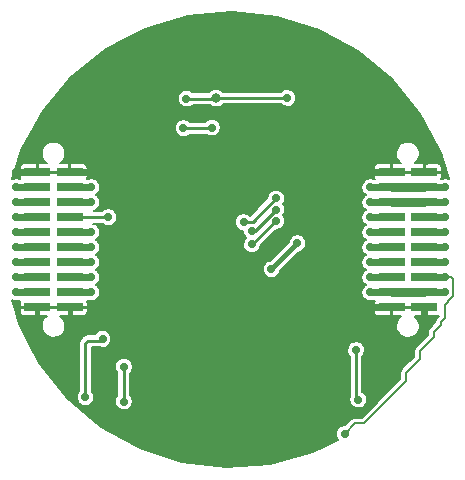
<source format=gbl>
G04 #@! TF.FileFunction,Copper,L2,Bot,Signal*
%FSLAX46Y46*%
G04 Gerber Fmt 4.6, Leading zero omitted, Abs format (unit mm)*
G04 Created by KiCad (PCBNEW 201609280951+7255~55~ubuntu14.04.1-) date Wed Jan 11 23:22:02 2017*
%MOMM*%
%LPD*%
G01*
G04 APERTURE LIST*
%ADD10C,0.100000*%
%ADD11C,0.300000*%
%ADD12R,2.220000X0.740000*%
%ADD13C,0.700000*%
%ADD14C,0.800000*%
%ADD15C,0.600000*%
%ADD16C,0.600000*%
%ADD17C,0.450000*%
%ADD18C,0.280000*%
%ADD19C,0.800000*%
%ADD20C,0.200000*%
G04 APERTURE END LIST*
D10*
D11*
X109750000Y-88500000D03*
X108550000Y-88500000D03*
X109750000Y-89700000D03*
X108550000Y-89700000D03*
D12*
X86365000Y-105715000D03*
X83635000Y-105715000D03*
X86365000Y-104445000D03*
X83635000Y-104445000D03*
X86365000Y-103175000D03*
X83635000Y-103175000D03*
X86365000Y-101905000D03*
X83635000Y-101905000D03*
X86365000Y-100635000D03*
X83635000Y-100635000D03*
X86365000Y-99365000D03*
X83635000Y-99365000D03*
X86365000Y-98095000D03*
X83635000Y-98095000D03*
X86365000Y-96825000D03*
X83635000Y-96825000D03*
X86365000Y-95555000D03*
X83635000Y-95555000D03*
X86365000Y-94285000D03*
X83635000Y-94285000D03*
X116365000Y-105715000D03*
X113635000Y-105715000D03*
X116365000Y-104445000D03*
X113635000Y-104445000D03*
X116365000Y-103175000D03*
X113635000Y-103175000D03*
X116365000Y-101905000D03*
X113635000Y-101905000D03*
X116365000Y-100635000D03*
X113635000Y-100635000D03*
X116365000Y-99365000D03*
X113635000Y-99365000D03*
X116365000Y-98095000D03*
X113635000Y-98095000D03*
X116365000Y-96825000D03*
X113635000Y-96825000D03*
X116365000Y-95555000D03*
X113635000Y-95555000D03*
X116365000Y-94285000D03*
X113635000Y-94285000D03*
D13*
X86050000Y-110900000D03*
D14*
X107550000Y-90550000D03*
X105750000Y-86150000D03*
D13*
X112100000Y-86550000D03*
X111900000Y-88450000D03*
X111000000Y-90600000D03*
X93700000Y-111050000D03*
X95850000Y-93050000D03*
X108450000Y-108150000D03*
X105100000Y-113650000D03*
X92500000Y-100550000D03*
X107300000Y-115200000D03*
X99600000Y-118960000D03*
X89450000Y-114550000D03*
D14*
X101250000Y-81250000D03*
X100000000Y-81250000D03*
D13*
X116370000Y-106690000D03*
X83470000Y-106690000D03*
X86510000Y-106700000D03*
X105310000Y-108140000D03*
X104270000Y-104480000D03*
D15*
X116530000Y-93380000D03*
D13*
X111820000Y-94280000D03*
X111820000Y-105720000D03*
X81820000Y-94280000D03*
X93640000Y-112590000D03*
X93150000Y-115000000D03*
X98060000Y-118210000D03*
X88180000Y-94290000D03*
X90950000Y-113700000D03*
X90950000Y-110750000D03*
X105650000Y-100300000D03*
X103450000Y-102500000D03*
X89150000Y-108400000D03*
X87700000Y-113325002D03*
X88180000Y-101900000D03*
X104800000Y-88000000D03*
X96250000Y-88050000D03*
D14*
X98750000Y-88000000D03*
D13*
X103850000Y-98400000D03*
X101800000Y-100400000D03*
X103850000Y-97450000D03*
X101800000Y-99250000D03*
X103850000Y-96500000D03*
X101100000Y-98500000D03*
X88180000Y-95550000D03*
X88180000Y-96830000D03*
X89650000Y-98100000D03*
X88175000Y-103175000D03*
X88200000Y-104450000D03*
X110610000Y-109360000D03*
X110780000Y-113530000D03*
X81820000Y-95550000D03*
X81820000Y-96830000D03*
X81820000Y-98100000D03*
X81820000Y-99370000D03*
X88180000Y-99370000D03*
X81820000Y-100630000D03*
X88180000Y-100640000D03*
X81820000Y-101900000D03*
X81820000Y-103170000D03*
X81820000Y-104440000D03*
X111820000Y-95560000D03*
X118180000Y-95550000D03*
X111820000Y-96830000D03*
X118180000Y-96820000D03*
X111820000Y-98090000D03*
X118180000Y-98100000D03*
X111820000Y-99360000D03*
X111820000Y-100630000D03*
X111820000Y-101900000D03*
X111820000Y-103170000D03*
X109650000Y-116450000D03*
X118180000Y-103170000D03*
X118180000Y-99360000D03*
X118180000Y-100630000D03*
X118180000Y-101900000D03*
X96000000Y-90550000D03*
X98400000Y-90500000D03*
X111820000Y-104450000D03*
X118180000Y-104440000D03*
D16*
X116365000Y-105715000D02*
X116365000Y-106685000D01*
X116365000Y-106685000D02*
X116370000Y-106690000D01*
D17*
X83635000Y-106525000D02*
X83635000Y-105715000D01*
X83470000Y-106690000D02*
X83635000Y-106525000D01*
X86365000Y-106555000D02*
X86510000Y-106700000D01*
X86365000Y-105715000D02*
X86365000Y-106555000D01*
D18*
X116365000Y-93545000D02*
X116365000Y-94285000D01*
X116530000Y-93380000D02*
X116365000Y-93545000D01*
X111820000Y-94280000D02*
X111825000Y-94285000D01*
D16*
X111825000Y-94285000D02*
X113635000Y-94285000D01*
D18*
X111820000Y-105720000D02*
X111825000Y-105715000D01*
D16*
X111825000Y-105715000D02*
X113635000Y-105715000D01*
D18*
X81820000Y-94280000D02*
X81825000Y-94285000D01*
D16*
X81825000Y-94285000D02*
X83635000Y-94285000D01*
D18*
X99600000Y-118960000D02*
X99600000Y-118970000D01*
D16*
X88175000Y-94285000D02*
X86365000Y-94285000D01*
D18*
X88180000Y-94290000D02*
X88175000Y-94285000D01*
X90950000Y-110750000D02*
X90950000Y-113700000D01*
D17*
X105650000Y-100300000D02*
X103450000Y-102500000D01*
D18*
X87900000Y-108550000D02*
X89000000Y-108550000D01*
X89000000Y-108550000D02*
X89150000Y-108400000D01*
X87900000Y-108550000D02*
X87700000Y-108750000D01*
X87700000Y-108750000D02*
X87700000Y-113325002D01*
X88180000Y-101900000D02*
X88175000Y-101905000D01*
D16*
X88175000Y-101905000D02*
X86365000Y-101905000D01*
D18*
X98750000Y-88000000D02*
X104800000Y-88000000D01*
X96250000Y-88050000D02*
X98700000Y-88050000D01*
X98700000Y-88050000D02*
X98750000Y-88000000D01*
X101800000Y-100400000D02*
X103800000Y-98400000D01*
X103800000Y-98400000D02*
X103850000Y-98400000D01*
X101800000Y-99250000D02*
X102050000Y-99250000D01*
X102050000Y-99250000D02*
X103850000Y-97450000D01*
X101100000Y-98500000D02*
X101850000Y-98500000D01*
X101850000Y-98500000D02*
X103850000Y-96500000D01*
D16*
X88175000Y-95555000D02*
X86365000Y-95555000D01*
D18*
X88180000Y-95550000D02*
X88175000Y-95555000D01*
X88180000Y-96830000D02*
X88175000Y-96825000D01*
D16*
X88175000Y-96825000D02*
X86365000Y-96825000D01*
D18*
X86365000Y-98095000D02*
X89645000Y-98095000D01*
X89645000Y-98095000D02*
X89650000Y-98100000D01*
D16*
X88175000Y-103175000D02*
X86365000Y-103175000D01*
D18*
X88200000Y-104450000D02*
X88195000Y-104445000D01*
D16*
X88195000Y-104445000D02*
X86365000Y-104445000D01*
D18*
X110610000Y-113360000D02*
X110610000Y-109360000D01*
X110780000Y-113530000D02*
X110610000Y-113360000D01*
D16*
X81825000Y-95555000D02*
X83635000Y-95555000D01*
D18*
X81820000Y-95550000D02*
X81825000Y-95555000D01*
D16*
X81825000Y-96825000D02*
X83635000Y-96825000D01*
D18*
X81820000Y-96830000D02*
X81825000Y-96825000D01*
X81820000Y-98100000D02*
X81825000Y-98095000D01*
D16*
X81825000Y-98095000D02*
X83635000Y-98095000D01*
D18*
X81820000Y-99370000D02*
X81825000Y-99365000D01*
D16*
X81825000Y-99365000D02*
X83635000Y-99365000D01*
D18*
X88180000Y-99370000D02*
X88175000Y-99365000D01*
D16*
X88175000Y-99365000D02*
X86365000Y-99365000D01*
D18*
X81820000Y-100630000D02*
X81825000Y-100635000D01*
D16*
X81825000Y-100635000D02*
X83635000Y-100635000D01*
D18*
X88180000Y-100640000D02*
X88175000Y-100635000D01*
D16*
X88175000Y-100635000D02*
X86365000Y-100635000D01*
D18*
X81820000Y-101900000D02*
X81825000Y-101905000D01*
D16*
X81825000Y-101905000D02*
X83635000Y-101905000D01*
D18*
X81820000Y-103170000D02*
X81825000Y-103175000D01*
D16*
X81825000Y-103175000D02*
X83635000Y-103175000D01*
D18*
X81820000Y-104440000D02*
X81825000Y-104445000D01*
D16*
X81825000Y-104445000D02*
X83635000Y-104445000D01*
D19*
X113635000Y-95555000D02*
X116365000Y-95555000D01*
D16*
X113635000Y-95555000D02*
X111825000Y-95555000D01*
D18*
X111825000Y-95555000D02*
X111820000Y-95560000D01*
X118180000Y-95550000D02*
X118175000Y-95555000D01*
D16*
X118175000Y-95555000D02*
X116365000Y-95555000D01*
D19*
X113635000Y-96825000D02*
X116365000Y-96825000D01*
D18*
X111820000Y-96830000D02*
X111825000Y-96825000D01*
D16*
X111825000Y-96825000D02*
X113635000Y-96825000D01*
D18*
X118180000Y-96820000D02*
X118175000Y-96825000D01*
D16*
X118175000Y-96825000D02*
X116365000Y-96825000D01*
X113635000Y-98095000D02*
X111825000Y-98095000D01*
D18*
X111825000Y-98095000D02*
X111820000Y-98090000D01*
D16*
X116365000Y-98095000D02*
X118175000Y-98095000D01*
D18*
X118175000Y-98095000D02*
X118180000Y-98100000D01*
D16*
X113635000Y-99365000D02*
X111825000Y-99365000D01*
D18*
X111825000Y-99365000D02*
X111820000Y-99360000D01*
X111820000Y-100630000D02*
X111825000Y-100635000D01*
D16*
X111825000Y-100635000D02*
X113635000Y-100635000D01*
D18*
X111820000Y-101900000D02*
X111825000Y-101905000D01*
D16*
X111825000Y-101905000D02*
X113635000Y-101905000D01*
X113635000Y-103175000D02*
X111825000Y-103175000D01*
D18*
X111825000Y-103175000D02*
X111820000Y-103170000D01*
D20*
X109650000Y-116450000D02*
X110550000Y-115550000D01*
X118400000Y-105152402D02*
X118810001Y-104742401D01*
X110550000Y-115550000D02*
X111300000Y-115550000D01*
X114850000Y-111250000D02*
X116000000Y-110100000D01*
X111300000Y-115550000D02*
X114850000Y-112000000D01*
X114850000Y-112000000D02*
X114850000Y-111250000D01*
X118150000Y-106650000D02*
X118150000Y-105550000D01*
X117200000Y-108250000D02*
X117200000Y-107800000D01*
X116000000Y-110100000D02*
X116000000Y-109450000D01*
X116000000Y-109450000D02*
X117200000Y-108250000D01*
X117800000Y-107000000D02*
X118150000Y-106650000D01*
X117200000Y-107800000D02*
X117800000Y-107200000D01*
X117800000Y-107200000D02*
X117800000Y-107000000D01*
X118150000Y-105550000D02*
X118400000Y-105300000D01*
X118810001Y-104742401D02*
X118810001Y-103305027D01*
X118400000Y-105300000D02*
X118400000Y-105152402D01*
X118810001Y-103305027D02*
X118674974Y-103170000D01*
X118674974Y-103170000D02*
X118180000Y-103170000D01*
D16*
X116365000Y-103175000D02*
X118175000Y-103175000D01*
D18*
X118175000Y-103175000D02*
X118180000Y-103170000D01*
D16*
X118180000Y-99360000D02*
X118175000Y-99365000D01*
X118175000Y-99365000D02*
X116365000Y-99365000D01*
D18*
X118175000Y-100635000D02*
X118180000Y-100630000D01*
D16*
X116365000Y-100635000D02*
X118175000Y-100635000D01*
D18*
X118180000Y-101900000D02*
X118175000Y-101905000D01*
D16*
X118175000Y-101905000D02*
X116365000Y-101905000D01*
D18*
X96000000Y-90550000D02*
X98350000Y-90550000D01*
X98350000Y-90550000D02*
X98400000Y-90500000D01*
X111820000Y-104450000D02*
X111825000Y-104445000D01*
D16*
X111825000Y-104445000D02*
X113635000Y-104445000D01*
D18*
X118180000Y-104440000D02*
X118175000Y-104445000D01*
D16*
X118175000Y-104445000D02*
X116365000Y-104445000D01*
D19*
X116365000Y-104445000D02*
X113635000Y-104445000D01*
D20*
G36*
X103875777Y-81118687D02*
X107469363Y-82231088D01*
X110778443Y-84020301D01*
X113676976Y-86418176D01*
X116054557Y-89333378D01*
X117820625Y-92654868D01*
X118488189Y-94865946D01*
X118402854Y-94830075D01*
X118258776Y-94800499D01*
X118111697Y-94799473D01*
X117967219Y-94827033D01*
X117897998Y-94855000D01*
X117822440Y-94855000D01*
X117829475Y-94844471D01*
X117859628Y-94771676D01*
X117875000Y-94694397D01*
X117875000Y-94410000D01*
X117775000Y-94310000D01*
X116390000Y-94310000D01*
X116390000Y-94330000D01*
X116340000Y-94330000D01*
X116340000Y-94310000D01*
X113660000Y-94310000D01*
X113660000Y-94330000D01*
X113610000Y-94330000D01*
X113610000Y-94310000D01*
X112225000Y-94310000D01*
X112125000Y-94410000D01*
X112125000Y-94694397D01*
X112140372Y-94771676D01*
X112170525Y-94844471D01*
X112177560Y-94855000D01*
X112078360Y-94855000D01*
X112042854Y-94840075D01*
X111898776Y-94810499D01*
X111751697Y-94809473D01*
X111607219Y-94837033D01*
X111470847Y-94892131D01*
X111347773Y-94972668D01*
X111242687Y-95075577D01*
X111159590Y-95196936D01*
X111101648Y-95332125D01*
X111071068Y-95475994D01*
X111069014Y-95623062D01*
X111095565Y-95767728D01*
X111149710Y-95904482D01*
X111229386Y-96028115D01*
X111331558Y-96133917D01*
X111420014Y-96195395D01*
X111347773Y-96242668D01*
X111242687Y-96345577D01*
X111159590Y-96466936D01*
X111101648Y-96602125D01*
X111071068Y-96745994D01*
X111069014Y-96893062D01*
X111095565Y-97037728D01*
X111149710Y-97174482D01*
X111229386Y-97298115D01*
X111331558Y-97403917D01*
X111412603Y-97460245D01*
X111347773Y-97502668D01*
X111242687Y-97605577D01*
X111159590Y-97726936D01*
X111101648Y-97862125D01*
X111071068Y-98005994D01*
X111069014Y-98153062D01*
X111095565Y-98297728D01*
X111149710Y-98434482D01*
X111229386Y-98558115D01*
X111331558Y-98663917D01*
X111420014Y-98725395D01*
X111347773Y-98772668D01*
X111242687Y-98875577D01*
X111159590Y-98996936D01*
X111101648Y-99132125D01*
X111071068Y-99275994D01*
X111069014Y-99423062D01*
X111095565Y-99567728D01*
X111149710Y-99704482D01*
X111229386Y-99828115D01*
X111331558Y-99933917D01*
X111420014Y-99995395D01*
X111347773Y-100042668D01*
X111242687Y-100145577D01*
X111159590Y-100266936D01*
X111101648Y-100402125D01*
X111071068Y-100545994D01*
X111069014Y-100693062D01*
X111095565Y-100837728D01*
X111149710Y-100974482D01*
X111229386Y-101098115D01*
X111331558Y-101203917D01*
X111420014Y-101265395D01*
X111347773Y-101312668D01*
X111242687Y-101415577D01*
X111159590Y-101536936D01*
X111101648Y-101672125D01*
X111071068Y-101815994D01*
X111069014Y-101963062D01*
X111095565Y-102107728D01*
X111149710Y-102244482D01*
X111229386Y-102368115D01*
X111331558Y-102473917D01*
X111420014Y-102535395D01*
X111347773Y-102582668D01*
X111242687Y-102685577D01*
X111159590Y-102806936D01*
X111101648Y-102942125D01*
X111071068Y-103085994D01*
X111069014Y-103233062D01*
X111095565Y-103377728D01*
X111149710Y-103514482D01*
X111229386Y-103638115D01*
X111331558Y-103743917D01*
X111427424Y-103810546D01*
X111347773Y-103862668D01*
X111242687Y-103965577D01*
X111159590Y-104086936D01*
X111101648Y-104222125D01*
X111071068Y-104365994D01*
X111069014Y-104513062D01*
X111095565Y-104657728D01*
X111149710Y-104794482D01*
X111229386Y-104918115D01*
X111331558Y-105023917D01*
X111452335Y-105107859D01*
X111587116Y-105166744D01*
X111730767Y-105198328D01*
X111877818Y-105201408D01*
X112022666Y-105175867D01*
X112102247Y-105145000D01*
X112177560Y-105145000D01*
X112170525Y-105155529D01*
X112140372Y-105228324D01*
X112125000Y-105305603D01*
X112125000Y-105590000D01*
X112225000Y-105690000D01*
X113610000Y-105690000D01*
X113610000Y-105670000D01*
X113660000Y-105670000D01*
X113660000Y-105690000D01*
X116340000Y-105690000D01*
X116340000Y-105670000D01*
X116390000Y-105670000D01*
X116390000Y-105690000D01*
X116410000Y-105690000D01*
X116410000Y-105740000D01*
X116390000Y-105740000D01*
X116390000Y-106385000D01*
X116490000Y-106485000D01*
X117514396Y-106485000D01*
X117591675Y-106469628D01*
X117645602Y-106447292D01*
X117446447Y-106646447D01*
X117417168Y-106682092D01*
X117387443Y-106717516D01*
X117386175Y-106719823D01*
X117384508Y-106721852D01*
X117362701Y-106762521D01*
X117340432Y-106803029D01*
X117339637Y-106805536D01*
X117338395Y-106807852D01*
X117324893Y-106852015D01*
X117310926Y-106896044D01*
X117310633Y-106898655D01*
X117309864Y-106901171D01*
X117305194Y-106947147D01*
X117300071Y-106992823D01*
X116846447Y-107446447D01*
X116817168Y-107482092D01*
X116787443Y-107517516D01*
X116786175Y-107519823D01*
X116784508Y-107521852D01*
X116762701Y-107562521D01*
X116740432Y-107603029D01*
X116739637Y-107605536D01*
X116738395Y-107607852D01*
X116724893Y-107652015D01*
X116710926Y-107696044D01*
X116710633Y-107698655D01*
X116709864Y-107701171D01*
X116705194Y-107747147D01*
X116700049Y-107793019D01*
X116700013Y-107798157D01*
X116700003Y-107798255D01*
X116700012Y-107798346D01*
X116700000Y-107800000D01*
X116700000Y-108042893D01*
X115646447Y-109096447D01*
X115617168Y-109132092D01*
X115587443Y-109167516D01*
X115586175Y-109169823D01*
X115584508Y-109171852D01*
X115562701Y-109212521D01*
X115540432Y-109253029D01*
X115539637Y-109255536D01*
X115538395Y-109257852D01*
X115524893Y-109302015D01*
X115510926Y-109346044D01*
X115510633Y-109348655D01*
X115509864Y-109351171D01*
X115505194Y-109397147D01*
X115500049Y-109443019D01*
X115500013Y-109448157D01*
X115500003Y-109448255D01*
X115500012Y-109448346D01*
X115500000Y-109450000D01*
X115500000Y-109892893D01*
X114496447Y-110896447D01*
X114467168Y-110932092D01*
X114437443Y-110967516D01*
X114436175Y-110969823D01*
X114434508Y-110971852D01*
X114412701Y-111012521D01*
X114390432Y-111053029D01*
X114389637Y-111055536D01*
X114388395Y-111057852D01*
X114374893Y-111102015D01*
X114360926Y-111146044D01*
X114360633Y-111148655D01*
X114359864Y-111151171D01*
X114355194Y-111197147D01*
X114350049Y-111243019D01*
X114350013Y-111248157D01*
X114350003Y-111248255D01*
X114350012Y-111248346D01*
X114350000Y-111250000D01*
X114350000Y-111792894D01*
X111092894Y-115050000D01*
X110550000Y-115050000D01*
X110504011Y-115054509D01*
X110458024Y-115058532D01*
X110455499Y-115059265D01*
X110452883Y-115059522D01*
X110408677Y-115072869D01*
X110364316Y-115085757D01*
X110361981Y-115086967D01*
X110359465Y-115087727D01*
X110318675Y-115109415D01*
X110277680Y-115130665D01*
X110275627Y-115132304D01*
X110273304Y-115133539D01*
X110237512Y-115162730D01*
X110201417Y-115191545D01*
X110197754Y-115195157D01*
X110197683Y-115195215D01*
X110197628Y-115195281D01*
X110196446Y-115196447D01*
X109692647Y-115700247D01*
X109581697Y-115699473D01*
X109437219Y-115727033D01*
X109300847Y-115782131D01*
X109177773Y-115862668D01*
X109072687Y-115965577D01*
X108989590Y-116086936D01*
X108931648Y-116222125D01*
X108901068Y-116365994D01*
X108899014Y-116513062D01*
X108925565Y-116657728D01*
X108979710Y-116794482D01*
X109058005Y-116915972D01*
X106970314Y-117970541D01*
X103347069Y-118982169D01*
X99596335Y-119270773D01*
X95860977Y-118825358D01*
X92283272Y-117662892D01*
X88999496Y-115827651D01*
X86134725Y-113389540D01*
X86133556Y-113388064D01*
X86949014Y-113388064D01*
X86975565Y-113532730D01*
X87029710Y-113669484D01*
X87109386Y-113793117D01*
X87211558Y-113898919D01*
X87332335Y-113982861D01*
X87467116Y-114041746D01*
X87610767Y-114073330D01*
X87757818Y-114076410D01*
X87902666Y-114050869D01*
X88039794Y-113997681D01*
X88163980Y-113918870D01*
X88270493Y-113817439D01*
X88355277Y-113697251D01*
X88415100Y-113562884D01*
X88447686Y-113419457D01*
X88450032Y-113251461D01*
X88421464Y-113107179D01*
X88365415Y-112971195D01*
X88284021Y-112848686D01*
X88240000Y-112804357D01*
X88240000Y-110813062D01*
X90199014Y-110813062D01*
X90225565Y-110957728D01*
X90279710Y-111094482D01*
X90359386Y-111218115D01*
X90410000Y-111270527D01*
X90410000Y-113179037D01*
X90372687Y-113215577D01*
X90289590Y-113336936D01*
X90231648Y-113472125D01*
X90201068Y-113615994D01*
X90199014Y-113763062D01*
X90225565Y-113907728D01*
X90279710Y-114044482D01*
X90359386Y-114168115D01*
X90461558Y-114273917D01*
X90582335Y-114357859D01*
X90717116Y-114416744D01*
X90860767Y-114448328D01*
X91007818Y-114451408D01*
X91152666Y-114425867D01*
X91289794Y-114372679D01*
X91413980Y-114293868D01*
X91520493Y-114192437D01*
X91605277Y-114072249D01*
X91665100Y-113937882D01*
X91697686Y-113794455D01*
X91700032Y-113626459D01*
X91671464Y-113482177D01*
X91615415Y-113346193D01*
X91534021Y-113223684D01*
X91490000Y-113179355D01*
X91490000Y-111271475D01*
X91520493Y-111242437D01*
X91605277Y-111122249D01*
X91665100Y-110987882D01*
X91697686Y-110844455D01*
X91700032Y-110676459D01*
X91671464Y-110532177D01*
X91615415Y-110396193D01*
X91534021Y-110273684D01*
X91430381Y-110169319D01*
X91308444Y-110087071D01*
X91172854Y-110030075D01*
X91028776Y-110000499D01*
X90881697Y-109999473D01*
X90737219Y-110027033D01*
X90600847Y-110082131D01*
X90477773Y-110162668D01*
X90372687Y-110265577D01*
X90289590Y-110386936D01*
X90231648Y-110522125D01*
X90201068Y-110665994D01*
X90199014Y-110813062D01*
X88240000Y-110813062D01*
X88240000Y-109423062D01*
X109859014Y-109423062D01*
X109885565Y-109567728D01*
X109939710Y-109704482D01*
X110019386Y-109828115D01*
X110070000Y-109880527D01*
X110070000Y-113282638D01*
X110061648Y-113302125D01*
X110031068Y-113445994D01*
X110029014Y-113593062D01*
X110055565Y-113737728D01*
X110109710Y-113874482D01*
X110189386Y-113998115D01*
X110291558Y-114103917D01*
X110412335Y-114187859D01*
X110547116Y-114246744D01*
X110690767Y-114278328D01*
X110837818Y-114281408D01*
X110982666Y-114255867D01*
X111119794Y-114202679D01*
X111243980Y-114123868D01*
X111350493Y-114022437D01*
X111435277Y-113902249D01*
X111495100Y-113767882D01*
X111527686Y-113624455D01*
X111530032Y-113456459D01*
X111501464Y-113312177D01*
X111445415Y-113176193D01*
X111364021Y-113053684D01*
X111260381Y-112949319D01*
X111150000Y-112874866D01*
X111150000Y-109881475D01*
X111180493Y-109852437D01*
X111265277Y-109732249D01*
X111325100Y-109597882D01*
X111357686Y-109454455D01*
X111360032Y-109286459D01*
X111331464Y-109142177D01*
X111275415Y-109006193D01*
X111194021Y-108883684D01*
X111090381Y-108779319D01*
X110968444Y-108697071D01*
X110832854Y-108640075D01*
X110688776Y-108610499D01*
X110541697Y-108609473D01*
X110397219Y-108637033D01*
X110260847Y-108692131D01*
X110137773Y-108772668D01*
X110032687Y-108875577D01*
X109949590Y-108996936D01*
X109891648Y-109132125D01*
X109861068Y-109275994D01*
X109859014Y-109423062D01*
X88240000Y-109423062D01*
X88240000Y-109090000D01*
X88855902Y-109090000D01*
X88917116Y-109116744D01*
X89060767Y-109148328D01*
X89207818Y-109151408D01*
X89352666Y-109125867D01*
X89489794Y-109072679D01*
X89613980Y-108993868D01*
X89720493Y-108892437D01*
X89805277Y-108772249D01*
X89865100Y-108637882D01*
X89897686Y-108494455D01*
X89900032Y-108326459D01*
X89871464Y-108182177D01*
X89815415Y-108046193D01*
X89734021Y-107923684D01*
X89630381Y-107819319D01*
X89508444Y-107737071D01*
X89372854Y-107680075D01*
X89228776Y-107650499D01*
X89081697Y-107649473D01*
X88937219Y-107677033D01*
X88800847Y-107732131D01*
X88677773Y-107812668D01*
X88572687Y-107915577D01*
X88508034Y-108010000D01*
X87900000Y-108010000D01*
X87850320Y-108014871D01*
X87800667Y-108019215D01*
X87797942Y-108020007D01*
X87795113Y-108020284D01*
X87747349Y-108034705D01*
X87699462Y-108048617D01*
X87696940Y-108049925D01*
X87694222Y-108050745D01*
X87650205Y-108074150D01*
X87605895Y-108097118D01*
X87603674Y-108098891D01*
X87601169Y-108100223D01*
X87562530Y-108131736D01*
X87523532Y-108162868D01*
X87519578Y-108166767D01*
X87519498Y-108166832D01*
X87519437Y-108166906D01*
X87518163Y-108168162D01*
X87318162Y-108368162D01*
X87286469Y-108406746D01*
X87254439Y-108444918D01*
X87253072Y-108447405D01*
X87251268Y-108449601D01*
X87227677Y-108493598D01*
X87203667Y-108537271D01*
X87202809Y-108539975D01*
X87201466Y-108542480D01*
X87186882Y-108590183D01*
X87171800Y-108637728D01*
X87171483Y-108640553D01*
X87170654Y-108643265D01*
X87165618Y-108692842D01*
X87160053Y-108742460D01*
X87160014Y-108748017D01*
X87160004Y-108748115D01*
X87160013Y-108748206D01*
X87160000Y-108750000D01*
X87160000Y-112804039D01*
X87122687Y-112840579D01*
X87039590Y-112961938D01*
X86981648Y-113097127D01*
X86951068Y-113240996D01*
X86949014Y-113388064D01*
X86133556Y-113388064D01*
X83798079Y-110441426D01*
X82078558Y-107095601D01*
X81718521Y-105840000D01*
X82125000Y-105840000D01*
X82125000Y-106124397D01*
X82140372Y-106201676D01*
X82170525Y-106274471D01*
X82214300Y-106339986D01*
X82270015Y-106395701D01*
X82335529Y-106439476D01*
X82408325Y-106469628D01*
X82485604Y-106485000D01*
X83510000Y-106485000D01*
X83610000Y-106385000D01*
X83610000Y-105740000D01*
X83660000Y-105740000D01*
X83660000Y-106385000D01*
X83760000Y-106485000D01*
X84426739Y-106485000D01*
X84370364Y-106521891D01*
X84230249Y-106659102D01*
X84119453Y-106820915D01*
X84042197Y-107001167D01*
X84001423Y-107192992D01*
X83998685Y-107389083D01*
X84034087Y-107581971D01*
X84106280Y-107764310D01*
X84212514Y-107929154D01*
X84348744Y-108070223D01*
X84509780Y-108182146D01*
X84689488Y-108260659D01*
X84881023Y-108302770D01*
X85077090Y-108306877D01*
X85270221Y-108272823D01*
X85453059Y-108201905D01*
X85618641Y-108096824D01*
X85760658Y-107961583D01*
X85873702Y-107801332D01*
X85953468Y-107622176D01*
X85996916Y-107430940D01*
X86000043Y-107206945D01*
X85961952Y-107014570D01*
X85887220Y-106833257D01*
X85778694Y-106669912D01*
X85640508Y-106530758D01*
X85572669Y-106485000D01*
X86240000Y-106485000D01*
X86340000Y-106385000D01*
X86340000Y-105740000D01*
X86390000Y-105740000D01*
X86390000Y-106385000D01*
X86490000Y-106485000D01*
X87514396Y-106485000D01*
X87591675Y-106469628D01*
X87664471Y-106439476D01*
X87729985Y-106395701D01*
X87785700Y-106339986D01*
X87829475Y-106274471D01*
X87859628Y-106201676D01*
X87875000Y-106124397D01*
X87875000Y-105840000D01*
X112125000Y-105840000D01*
X112125000Y-106124397D01*
X112140372Y-106201676D01*
X112170525Y-106274471D01*
X112214300Y-106339986D01*
X112270015Y-106395701D01*
X112335529Y-106439476D01*
X112408325Y-106469628D01*
X112485604Y-106485000D01*
X113510000Y-106485000D01*
X113610000Y-106385000D01*
X113610000Y-105740000D01*
X113660000Y-105740000D01*
X113660000Y-106385000D01*
X113760000Y-106485000D01*
X114426739Y-106485000D01*
X114370364Y-106521891D01*
X114230249Y-106659102D01*
X114119453Y-106820915D01*
X114042197Y-107001167D01*
X114001423Y-107192992D01*
X113998685Y-107389083D01*
X114034087Y-107581971D01*
X114106280Y-107764310D01*
X114212514Y-107929154D01*
X114348744Y-108070223D01*
X114509780Y-108182146D01*
X114689488Y-108260659D01*
X114881023Y-108302770D01*
X115077090Y-108306877D01*
X115270221Y-108272823D01*
X115453059Y-108201905D01*
X115618641Y-108096824D01*
X115760658Y-107961583D01*
X115873702Y-107801332D01*
X115953468Y-107622176D01*
X115996916Y-107430940D01*
X116000043Y-107206945D01*
X115961952Y-107014570D01*
X115887220Y-106833257D01*
X115778694Y-106669912D01*
X115640508Y-106530758D01*
X115572669Y-106485000D01*
X116240000Y-106485000D01*
X116340000Y-106385000D01*
X116340000Y-105740000D01*
X113660000Y-105740000D01*
X113610000Y-105740000D01*
X112225000Y-105740000D01*
X112125000Y-105840000D01*
X87875000Y-105840000D01*
X87775000Y-105740000D01*
X86390000Y-105740000D01*
X86340000Y-105740000D01*
X83660000Y-105740000D01*
X83610000Y-105740000D01*
X82225000Y-105740000D01*
X82125000Y-105840000D01*
X81718521Y-105840000D01*
X81513360Y-105124520D01*
X81587116Y-105156744D01*
X81730767Y-105188328D01*
X81877818Y-105191408D01*
X82022666Y-105165867D01*
X82076465Y-105145000D01*
X82177560Y-105145000D01*
X82170525Y-105155529D01*
X82140372Y-105228324D01*
X82125000Y-105305603D01*
X82125000Y-105590000D01*
X82225000Y-105690000D01*
X83610000Y-105690000D01*
X83610000Y-105670000D01*
X83660000Y-105670000D01*
X83660000Y-105690000D01*
X86340000Y-105690000D01*
X86340000Y-105670000D01*
X86390000Y-105670000D01*
X86390000Y-105690000D01*
X87775000Y-105690000D01*
X87875000Y-105590000D01*
X87875000Y-105305603D01*
X87859628Y-105228324D01*
X87829475Y-105155529D01*
X87822440Y-105145000D01*
X87917346Y-105145000D01*
X87967116Y-105166744D01*
X88110767Y-105198328D01*
X88257818Y-105201408D01*
X88402666Y-105175867D01*
X88539794Y-105122679D01*
X88663980Y-105043868D01*
X88770493Y-104942437D01*
X88855277Y-104822249D01*
X88915100Y-104687882D01*
X88947686Y-104544455D01*
X88950032Y-104376459D01*
X88921464Y-104232177D01*
X88865415Y-104096193D01*
X88784021Y-103973684D01*
X88680381Y-103869319D01*
X88583580Y-103804026D01*
X88638980Y-103768868D01*
X88745493Y-103667437D01*
X88830277Y-103547249D01*
X88890100Y-103412882D01*
X88922686Y-103269455D01*
X88925032Y-103101459D01*
X88896464Y-102957177D01*
X88840415Y-102821193D01*
X88759021Y-102698684D01*
X88655381Y-102594319D01*
X88609041Y-102563062D01*
X102699014Y-102563062D01*
X102725565Y-102707728D01*
X102779710Y-102844482D01*
X102859386Y-102968115D01*
X102961558Y-103073917D01*
X103082335Y-103157859D01*
X103217116Y-103216744D01*
X103360767Y-103248328D01*
X103507818Y-103251408D01*
X103652666Y-103225867D01*
X103789794Y-103172679D01*
X103913980Y-103093868D01*
X104020493Y-102992437D01*
X104105277Y-102872249D01*
X104165100Y-102737882D01*
X104185414Y-102648470D01*
X105798459Y-101035425D01*
X105852666Y-101025867D01*
X105989794Y-100972679D01*
X106113980Y-100893868D01*
X106220493Y-100792437D01*
X106305277Y-100672249D01*
X106365100Y-100537882D01*
X106397686Y-100394455D01*
X106400032Y-100226459D01*
X106371464Y-100082177D01*
X106315415Y-99946193D01*
X106234021Y-99823684D01*
X106130381Y-99719319D01*
X106008444Y-99637071D01*
X105872854Y-99580075D01*
X105728776Y-99550499D01*
X105581697Y-99549473D01*
X105437219Y-99577033D01*
X105300847Y-99632131D01*
X105177773Y-99712668D01*
X105072687Y-99815577D01*
X104989590Y-99936936D01*
X104931648Y-100072125D01*
X104914820Y-100151296D01*
X103301308Y-101764808D01*
X103237219Y-101777033D01*
X103100847Y-101832131D01*
X102977773Y-101912668D01*
X102872687Y-102015577D01*
X102789590Y-102136936D01*
X102731648Y-102272125D01*
X102701068Y-102415994D01*
X102699014Y-102563062D01*
X88609041Y-102563062D01*
X88573123Y-102538835D01*
X88643980Y-102493868D01*
X88750493Y-102392437D01*
X88835277Y-102272249D01*
X88895100Y-102137882D01*
X88927686Y-101994455D01*
X88930032Y-101826459D01*
X88901464Y-101682177D01*
X88845415Y-101546193D01*
X88764021Y-101423684D01*
X88660381Y-101319319D01*
X88587157Y-101269929D01*
X88643980Y-101233868D01*
X88750493Y-101132437D01*
X88835277Y-101012249D01*
X88895100Y-100877882D01*
X88927686Y-100734455D01*
X88930032Y-100566459D01*
X88901464Y-100422177D01*
X88845415Y-100286193D01*
X88764021Y-100163684D01*
X88660381Y-100059319D01*
X88579519Y-100004776D01*
X88643980Y-99963868D01*
X88750493Y-99862437D01*
X88835277Y-99742249D01*
X88895100Y-99607882D01*
X88927686Y-99464455D01*
X88930032Y-99296459D01*
X88901464Y-99152177D01*
X88845415Y-99016193D01*
X88764021Y-98893684D01*
X88660381Y-98789319D01*
X88538444Y-98707071D01*
X88402854Y-98650075D01*
X88329417Y-98635000D01*
X89123976Y-98635000D01*
X89161558Y-98673917D01*
X89282335Y-98757859D01*
X89417116Y-98816744D01*
X89560767Y-98848328D01*
X89707818Y-98851408D01*
X89852666Y-98825867D01*
X89989794Y-98772679D01*
X90113980Y-98693868D01*
X90220493Y-98592437D01*
X90241214Y-98563062D01*
X100349014Y-98563062D01*
X100375565Y-98707728D01*
X100429710Y-98844482D01*
X100509386Y-98968115D01*
X100611558Y-99073917D01*
X100732335Y-99157859D01*
X100867116Y-99216744D01*
X101010767Y-99248328D01*
X101049907Y-99249148D01*
X101049014Y-99313062D01*
X101075565Y-99457728D01*
X101129710Y-99594482D01*
X101209386Y-99718115D01*
X101311558Y-99823917D01*
X101314323Y-99825839D01*
X101222687Y-99915577D01*
X101139590Y-100036936D01*
X101081648Y-100172125D01*
X101051068Y-100315994D01*
X101049014Y-100463062D01*
X101075565Y-100607728D01*
X101129710Y-100744482D01*
X101209386Y-100868115D01*
X101311558Y-100973917D01*
X101432335Y-101057859D01*
X101567116Y-101116744D01*
X101710767Y-101148328D01*
X101857818Y-101151408D01*
X102002666Y-101125867D01*
X102139794Y-101072679D01*
X102263980Y-100993868D01*
X102370493Y-100892437D01*
X102455277Y-100772249D01*
X102515100Y-100637882D01*
X102547686Y-100494455D01*
X102548797Y-100414879D01*
X103814228Y-99149448D01*
X103907818Y-99151408D01*
X104052666Y-99125867D01*
X104189794Y-99072679D01*
X104313980Y-98993868D01*
X104420493Y-98892437D01*
X104505277Y-98772249D01*
X104565100Y-98637882D01*
X104597686Y-98494455D01*
X104600032Y-98326459D01*
X104571464Y-98182177D01*
X104515415Y-98046193D01*
X104434021Y-97923684D01*
X104433846Y-97923508D01*
X104505277Y-97822249D01*
X104565100Y-97687882D01*
X104597686Y-97544455D01*
X104600032Y-97376459D01*
X104571464Y-97232177D01*
X104515415Y-97096193D01*
X104434021Y-96973684D01*
X104433846Y-96973508D01*
X104505277Y-96872249D01*
X104565100Y-96737882D01*
X104597686Y-96594455D01*
X104600032Y-96426459D01*
X104571464Y-96282177D01*
X104515415Y-96146193D01*
X104434021Y-96023684D01*
X104330381Y-95919319D01*
X104208444Y-95837071D01*
X104072854Y-95780075D01*
X103928776Y-95750499D01*
X103781697Y-95749473D01*
X103637219Y-95777033D01*
X103500847Y-95832131D01*
X103377773Y-95912668D01*
X103272687Y-96015577D01*
X103189590Y-96136936D01*
X103131648Y-96272125D01*
X103101068Y-96415994D01*
X103100087Y-96486237D01*
X101626324Y-97960000D01*
X101620779Y-97960000D01*
X101580381Y-97919319D01*
X101458444Y-97837071D01*
X101322854Y-97780075D01*
X101178776Y-97750499D01*
X101031697Y-97749473D01*
X100887219Y-97777033D01*
X100750847Y-97832131D01*
X100627773Y-97912668D01*
X100522687Y-98015577D01*
X100439590Y-98136936D01*
X100381648Y-98272125D01*
X100351068Y-98415994D01*
X100349014Y-98563062D01*
X90241214Y-98563062D01*
X90305277Y-98472249D01*
X90365100Y-98337882D01*
X90397686Y-98194455D01*
X90400032Y-98026459D01*
X90371464Y-97882177D01*
X90315415Y-97746193D01*
X90234021Y-97623684D01*
X90130381Y-97519319D01*
X90008444Y-97437071D01*
X89872854Y-97380075D01*
X89728776Y-97350499D01*
X89581697Y-97349473D01*
X89437219Y-97377033D01*
X89300847Y-97432131D01*
X89177773Y-97512668D01*
X89134545Y-97555000D01*
X88384901Y-97555000D01*
X88519794Y-97502679D01*
X88643980Y-97423868D01*
X88750493Y-97322437D01*
X88835277Y-97202249D01*
X88895100Y-97067882D01*
X88927686Y-96924455D01*
X88930032Y-96756459D01*
X88901464Y-96612177D01*
X88845415Y-96476193D01*
X88764021Y-96353684D01*
X88660381Y-96249319D01*
X88571880Y-96189624D01*
X88643980Y-96143868D01*
X88750493Y-96042437D01*
X88835277Y-95922249D01*
X88895100Y-95787882D01*
X88927686Y-95644455D01*
X88930032Y-95476459D01*
X88901464Y-95332177D01*
X88845415Y-95196193D01*
X88764021Y-95073684D01*
X88660381Y-94969319D01*
X88538444Y-94887071D01*
X88402854Y-94830075D01*
X88258776Y-94800499D01*
X88111697Y-94799473D01*
X87967219Y-94827033D01*
X87897998Y-94855000D01*
X87822440Y-94855000D01*
X87829475Y-94844471D01*
X87859628Y-94771676D01*
X87875000Y-94694397D01*
X87875000Y-94410000D01*
X87775000Y-94310000D01*
X86390000Y-94310000D01*
X86390000Y-94330000D01*
X86340000Y-94330000D01*
X86340000Y-94310000D01*
X83660000Y-94310000D01*
X83660000Y-94330000D01*
X83610000Y-94330000D01*
X83610000Y-94310000D01*
X82225000Y-94310000D01*
X82125000Y-94410000D01*
X82125000Y-94694397D01*
X82140372Y-94771676D01*
X82170525Y-94844471D01*
X82177560Y-94855000D01*
X82102149Y-94855000D01*
X82042854Y-94830075D01*
X81898776Y-94800499D01*
X81751697Y-94799473D01*
X81607219Y-94827033D01*
X81502491Y-94869346D01*
X81817724Y-93875603D01*
X82125000Y-93875603D01*
X82125000Y-94160000D01*
X82225000Y-94260000D01*
X83610000Y-94260000D01*
X83610000Y-93615000D01*
X83660000Y-93615000D01*
X83660000Y-94260000D01*
X86340000Y-94260000D01*
X86340000Y-93615000D01*
X86390000Y-93615000D01*
X86390000Y-94260000D01*
X87775000Y-94260000D01*
X87875000Y-94160000D01*
X87875000Y-93875603D01*
X112125000Y-93875603D01*
X112125000Y-94160000D01*
X112225000Y-94260000D01*
X113610000Y-94260000D01*
X113610000Y-93615000D01*
X113660000Y-93615000D01*
X113660000Y-94260000D01*
X116340000Y-94260000D01*
X116340000Y-93615000D01*
X116390000Y-93615000D01*
X116390000Y-94260000D01*
X117775000Y-94260000D01*
X117875000Y-94160000D01*
X117875000Y-93875603D01*
X117859628Y-93798324D01*
X117829475Y-93725529D01*
X117785700Y-93660014D01*
X117729985Y-93604299D01*
X117664471Y-93560524D01*
X117591675Y-93530372D01*
X117514396Y-93515000D01*
X116490000Y-93515000D01*
X116390000Y-93615000D01*
X116340000Y-93615000D01*
X116240000Y-93515000D01*
X115574243Y-93515000D01*
X115618641Y-93486824D01*
X115760658Y-93351583D01*
X115873702Y-93191332D01*
X115953468Y-93012176D01*
X115996916Y-92820940D01*
X116000043Y-92596945D01*
X115961952Y-92404570D01*
X115887220Y-92223257D01*
X115778694Y-92059912D01*
X115640508Y-91920758D01*
X115477926Y-91811095D01*
X115297139Y-91735099D01*
X115105034Y-91695666D01*
X114908929Y-91694297D01*
X114716292Y-91731044D01*
X114534462Y-91804508D01*
X114370364Y-91911891D01*
X114230249Y-92049102D01*
X114119453Y-92210915D01*
X114042197Y-92391167D01*
X114001423Y-92582992D01*
X113998685Y-92779083D01*
X114034087Y-92971971D01*
X114106280Y-93154310D01*
X114212514Y-93319154D01*
X114348744Y-93460223D01*
X114427558Y-93515000D01*
X113760000Y-93515000D01*
X113660000Y-93615000D01*
X113610000Y-93615000D01*
X113510000Y-93515000D01*
X112485604Y-93515000D01*
X112408325Y-93530372D01*
X112335529Y-93560524D01*
X112270015Y-93604299D01*
X112214300Y-93660014D01*
X112170525Y-93725529D01*
X112140372Y-93798324D01*
X112125000Y-93875603D01*
X87875000Y-93875603D01*
X87859628Y-93798324D01*
X87829475Y-93725529D01*
X87785700Y-93660014D01*
X87729985Y-93604299D01*
X87664471Y-93560524D01*
X87591675Y-93530372D01*
X87514396Y-93515000D01*
X86490000Y-93515000D01*
X86390000Y-93615000D01*
X86340000Y-93615000D01*
X86240000Y-93515000D01*
X85574243Y-93515000D01*
X85618641Y-93486824D01*
X85760658Y-93351583D01*
X85873702Y-93191332D01*
X85953468Y-93012176D01*
X85996916Y-92820940D01*
X86000043Y-92596945D01*
X85961952Y-92404570D01*
X85887220Y-92223257D01*
X85778694Y-92059912D01*
X85640508Y-91920758D01*
X85477926Y-91811095D01*
X85297139Y-91735099D01*
X85105034Y-91695666D01*
X84908929Y-91694297D01*
X84716292Y-91731044D01*
X84534462Y-91804508D01*
X84370364Y-91911891D01*
X84230249Y-92049102D01*
X84119453Y-92210915D01*
X84042197Y-92391167D01*
X84001423Y-92582992D01*
X83998685Y-92779083D01*
X84034087Y-92971971D01*
X84106280Y-93154310D01*
X84212514Y-93319154D01*
X84348744Y-93460223D01*
X84427558Y-93515000D01*
X83760000Y-93515000D01*
X83660000Y-93615000D01*
X83610000Y-93615000D01*
X83510000Y-93515000D01*
X82485604Y-93515000D01*
X82408325Y-93530372D01*
X82335529Y-93560524D01*
X82270015Y-93604299D01*
X82214300Y-93660014D01*
X82170525Y-93725529D01*
X82140372Y-93798324D01*
X82125000Y-93875603D01*
X81817724Y-93875603D01*
X82283666Y-92406770D01*
X83269765Y-90613062D01*
X95249014Y-90613062D01*
X95275565Y-90757728D01*
X95329710Y-90894482D01*
X95409386Y-91018115D01*
X95511558Y-91123917D01*
X95632335Y-91207859D01*
X95767116Y-91266744D01*
X95910767Y-91298328D01*
X96057818Y-91301408D01*
X96202666Y-91275867D01*
X96339794Y-91222679D01*
X96463980Y-91143868D01*
X96520547Y-91090000D01*
X97934698Y-91090000D01*
X98032335Y-91157859D01*
X98167116Y-91216744D01*
X98310767Y-91248328D01*
X98457818Y-91251408D01*
X98602666Y-91225867D01*
X98739794Y-91172679D01*
X98863980Y-91093868D01*
X98970493Y-90992437D01*
X99055277Y-90872249D01*
X99115100Y-90737882D01*
X99147686Y-90594455D01*
X99150032Y-90426459D01*
X99121464Y-90282177D01*
X99065415Y-90146193D01*
X98984021Y-90023684D01*
X98880381Y-89919319D01*
X98758444Y-89837071D01*
X98622854Y-89780075D01*
X98478776Y-89750499D01*
X98331697Y-89749473D01*
X98187219Y-89777033D01*
X98050847Y-89832131D01*
X97927773Y-89912668D01*
X97828382Y-90010000D01*
X96520779Y-90010000D01*
X96480381Y-89969319D01*
X96358444Y-89887071D01*
X96222854Y-89830075D01*
X96078776Y-89800499D01*
X95931697Y-89799473D01*
X95787219Y-89827033D01*
X95650847Y-89882131D01*
X95527773Y-89962668D01*
X95422687Y-90065577D01*
X95339590Y-90186936D01*
X95281648Y-90322125D01*
X95251068Y-90465994D01*
X95249014Y-90613062D01*
X83269765Y-90613062D01*
X84095937Y-89110261D01*
X84932686Y-88113062D01*
X95499014Y-88113062D01*
X95525565Y-88257728D01*
X95579710Y-88394482D01*
X95659386Y-88518115D01*
X95761558Y-88623917D01*
X95882335Y-88707859D01*
X96017116Y-88766744D01*
X96160767Y-88798328D01*
X96307818Y-88801408D01*
X96452666Y-88775867D01*
X96589794Y-88722679D01*
X96713980Y-88643868D01*
X96770547Y-88590000D01*
X98207577Y-88590000D01*
X98228995Y-88612179D01*
X98357824Y-88701717D01*
X98501590Y-88764527D01*
X98654818Y-88798216D01*
X98811672Y-88801502D01*
X98966177Y-88774258D01*
X99112447Y-88717524D01*
X99244912Y-88633459D01*
X99343054Y-88540000D01*
X104278805Y-88540000D01*
X104311558Y-88573917D01*
X104432335Y-88657859D01*
X104567116Y-88716744D01*
X104710767Y-88748328D01*
X104857818Y-88751408D01*
X105002666Y-88725867D01*
X105139794Y-88672679D01*
X105263980Y-88593868D01*
X105370493Y-88492437D01*
X105455277Y-88372249D01*
X105515100Y-88237882D01*
X105547686Y-88094455D01*
X105550032Y-87926459D01*
X105521464Y-87782177D01*
X105465415Y-87646193D01*
X105384021Y-87523684D01*
X105280381Y-87419319D01*
X105158444Y-87337071D01*
X105022854Y-87280075D01*
X104878776Y-87250499D01*
X104731697Y-87249473D01*
X104587219Y-87277033D01*
X104450847Y-87332131D01*
X104327773Y-87412668D01*
X104279440Y-87460000D01*
X99341247Y-87460000D01*
X99262407Y-87380607D01*
X99132341Y-87292876D01*
X98987711Y-87232079D01*
X98834027Y-87200533D01*
X98677143Y-87199437D01*
X98523034Y-87228835D01*
X98377570Y-87287607D01*
X98246291Y-87373513D01*
X98134199Y-87483282D01*
X98115905Y-87510000D01*
X96770779Y-87510000D01*
X96730381Y-87469319D01*
X96608444Y-87387071D01*
X96472854Y-87330075D01*
X96328776Y-87300499D01*
X96181697Y-87299473D01*
X96037219Y-87327033D01*
X95900847Y-87382131D01*
X95777773Y-87462668D01*
X95672687Y-87565577D01*
X95589590Y-87686936D01*
X95531648Y-87822125D01*
X95501068Y-87965994D01*
X95499014Y-88113062D01*
X84932686Y-88113062D01*
X86513989Y-86228539D01*
X89445719Y-83871368D01*
X92779458Y-82128531D01*
X96388225Y-81066413D01*
X100134564Y-80725470D01*
X103875777Y-81118687D01*
X103875777Y-81118687D01*
G37*
X103875777Y-81118687D02*
X107469363Y-82231088D01*
X110778443Y-84020301D01*
X113676976Y-86418176D01*
X116054557Y-89333378D01*
X117820625Y-92654868D01*
X118488189Y-94865946D01*
X118402854Y-94830075D01*
X118258776Y-94800499D01*
X118111697Y-94799473D01*
X117967219Y-94827033D01*
X117897998Y-94855000D01*
X117822440Y-94855000D01*
X117829475Y-94844471D01*
X117859628Y-94771676D01*
X117875000Y-94694397D01*
X117875000Y-94410000D01*
X117775000Y-94310000D01*
X116390000Y-94310000D01*
X116390000Y-94330000D01*
X116340000Y-94330000D01*
X116340000Y-94310000D01*
X113660000Y-94310000D01*
X113660000Y-94330000D01*
X113610000Y-94330000D01*
X113610000Y-94310000D01*
X112225000Y-94310000D01*
X112125000Y-94410000D01*
X112125000Y-94694397D01*
X112140372Y-94771676D01*
X112170525Y-94844471D01*
X112177560Y-94855000D01*
X112078360Y-94855000D01*
X112042854Y-94840075D01*
X111898776Y-94810499D01*
X111751697Y-94809473D01*
X111607219Y-94837033D01*
X111470847Y-94892131D01*
X111347773Y-94972668D01*
X111242687Y-95075577D01*
X111159590Y-95196936D01*
X111101648Y-95332125D01*
X111071068Y-95475994D01*
X111069014Y-95623062D01*
X111095565Y-95767728D01*
X111149710Y-95904482D01*
X111229386Y-96028115D01*
X111331558Y-96133917D01*
X111420014Y-96195395D01*
X111347773Y-96242668D01*
X111242687Y-96345577D01*
X111159590Y-96466936D01*
X111101648Y-96602125D01*
X111071068Y-96745994D01*
X111069014Y-96893062D01*
X111095565Y-97037728D01*
X111149710Y-97174482D01*
X111229386Y-97298115D01*
X111331558Y-97403917D01*
X111412603Y-97460245D01*
X111347773Y-97502668D01*
X111242687Y-97605577D01*
X111159590Y-97726936D01*
X111101648Y-97862125D01*
X111071068Y-98005994D01*
X111069014Y-98153062D01*
X111095565Y-98297728D01*
X111149710Y-98434482D01*
X111229386Y-98558115D01*
X111331558Y-98663917D01*
X111420014Y-98725395D01*
X111347773Y-98772668D01*
X111242687Y-98875577D01*
X111159590Y-98996936D01*
X111101648Y-99132125D01*
X111071068Y-99275994D01*
X111069014Y-99423062D01*
X111095565Y-99567728D01*
X111149710Y-99704482D01*
X111229386Y-99828115D01*
X111331558Y-99933917D01*
X111420014Y-99995395D01*
X111347773Y-100042668D01*
X111242687Y-100145577D01*
X111159590Y-100266936D01*
X111101648Y-100402125D01*
X111071068Y-100545994D01*
X111069014Y-100693062D01*
X111095565Y-100837728D01*
X111149710Y-100974482D01*
X111229386Y-101098115D01*
X111331558Y-101203917D01*
X111420014Y-101265395D01*
X111347773Y-101312668D01*
X111242687Y-101415577D01*
X111159590Y-101536936D01*
X111101648Y-101672125D01*
X111071068Y-101815994D01*
X111069014Y-101963062D01*
X111095565Y-102107728D01*
X111149710Y-102244482D01*
X111229386Y-102368115D01*
X111331558Y-102473917D01*
X111420014Y-102535395D01*
X111347773Y-102582668D01*
X111242687Y-102685577D01*
X111159590Y-102806936D01*
X111101648Y-102942125D01*
X111071068Y-103085994D01*
X111069014Y-103233062D01*
X111095565Y-103377728D01*
X111149710Y-103514482D01*
X111229386Y-103638115D01*
X111331558Y-103743917D01*
X111427424Y-103810546D01*
X111347773Y-103862668D01*
X111242687Y-103965577D01*
X111159590Y-104086936D01*
X111101648Y-104222125D01*
X111071068Y-104365994D01*
X111069014Y-104513062D01*
X111095565Y-104657728D01*
X111149710Y-104794482D01*
X111229386Y-104918115D01*
X111331558Y-105023917D01*
X111452335Y-105107859D01*
X111587116Y-105166744D01*
X111730767Y-105198328D01*
X111877818Y-105201408D01*
X112022666Y-105175867D01*
X112102247Y-105145000D01*
X112177560Y-105145000D01*
X112170525Y-105155529D01*
X112140372Y-105228324D01*
X112125000Y-105305603D01*
X112125000Y-105590000D01*
X112225000Y-105690000D01*
X113610000Y-105690000D01*
X113610000Y-105670000D01*
X113660000Y-105670000D01*
X113660000Y-105690000D01*
X116340000Y-105690000D01*
X116340000Y-105670000D01*
X116390000Y-105670000D01*
X116390000Y-105690000D01*
X116410000Y-105690000D01*
X116410000Y-105740000D01*
X116390000Y-105740000D01*
X116390000Y-106385000D01*
X116490000Y-106485000D01*
X117514396Y-106485000D01*
X117591675Y-106469628D01*
X117645602Y-106447292D01*
X117446447Y-106646447D01*
X117417168Y-106682092D01*
X117387443Y-106717516D01*
X117386175Y-106719823D01*
X117384508Y-106721852D01*
X117362701Y-106762521D01*
X117340432Y-106803029D01*
X117339637Y-106805536D01*
X117338395Y-106807852D01*
X117324893Y-106852015D01*
X117310926Y-106896044D01*
X117310633Y-106898655D01*
X117309864Y-106901171D01*
X117305194Y-106947147D01*
X117300071Y-106992823D01*
X116846447Y-107446447D01*
X116817168Y-107482092D01*
X116787443Y-107517516D01*
X116786175Y-107519823D01*
X116784508Y-107521852D01*
X116762701Y-107562521D01*
X116740432Y-107603029D01*
X116739637Y-107605536D01*
X116738395Y-107607852D01*
X116724893Y-107652015D01*
X116710926Y-107696044D01*
X116710633Y-107698655D01*
X116709864Y-107701171D01*
X116705194Y-107747147D01*
X116700049Y-107793019D01*
X116700013Y-107798157D01*
X116700003Y-107798255D01*
X116700012Y-107798346D01*
X116700000Y-107800000D01*
X116700000Y-108042893D01*
X115646447Y-109096447D01*
X115617168Y-109132092D01*
X115587443Y-109167516D01*
X115586175Y-109169823D01*
X115584508Y-109171852D01*
X115562701Y-109212521D01*
X115540432Y-109253029D01*
X115539637Y-109255536D01*
X115538395Y-109257852D01*
X115524893Y-109302015D01*
X115510926Y-109346044D01*
X115510633Y-109348655D01*
X115509864Y-109351171D01*
X115505194Y-109397147D01*
X115500049Y-109443019D01*
X115500013Y-109448157D01*
X115500003Y-109448255D01*
X115500012Y-109448346D01*
X115500000Y-109450000D01*
X115500000Y-109892893D01*
X114496447Y-110896447D01*
X114467168Y-110932092D01*
X114437443Y-110967516D01*
X114436175Y-110969823D01*
X114434508Y-110971852D01*
X114412701Y-111012521D01*
X114390432Y-111053029D01*
X114389637Y-111055536D01*
X114388395Y-111057852D01*
X114374893Y-111102015D01*
X114360926Y-111146044D01*
X114360633Y-111148655D01*
X114359864Y-111151171D01*
X114355194Y-111197147D01*
X114350049Y-111243019D01*
X114350013Y-111248157D01*
X114350003Y-111248255D01*
X114350012Y-111248346D01*
X114350000Y-111250000D01*
X114350000Y-111792894D01*
X111092894Y-115050000D01*
X110550000Y-115050000D01*
X110504011Y-115054509D01*
X110458024Y-115058532D01*
X110455499Y-115059265D01*
X110452883Y-115059522D01*
X110408677Y-115072869D01*
X110364316Y-115085757D01*
X110361981Y-115086967D01*
X110359465Y-115087727D01*
X110318675Y-115109415D01*
X110277680Y-115130665D01*
X110275627Y-115132304D01*
X110273304Y-115133539D01*
X110237512Y-115162730D01*
X110201417Y-115191545D01*
X110197754Y-115195157D01*
X110197683Y-115195215D01*
X110197628Y-115195281D01*
X110196446Y-115196447D01*
X109692647Y-115700247D01*
X109581697Y-115699473D01*
X109437219Y-115727033D01*
X109300847Y-115782131D01*
X109177773Y-115862668D01*
X109072687Y-115965577D01*
X108989590Y-116086936D01*
X108931648Y-116222125D01*
X108901068Y-116365994D01*
X108899014Y-116513062D01*
X108925565Y-116657728D01*
X108979710Y-116794482D01*
X109058005Y-116915972D01*
X106970314Y-117970541D01*
X103347069Y-118982169D01*
X99596335Y-119270773D01*
X95860977Y-118825358D01*
X92283272Y-117662892D01*
X88999496Y-115827651D01*
X86134725Y-113389540D01*
X86133556Y-113388064D01*
X86949014Y-113388064D01*
X86975565Y-113532730D01*
X87029710Y-113669484D01*
X87109386Y-113793117D01*
X87211558Y-113898919D01*
X87332335Y-113982861D01*
X87467116Y-114041746D01*
X87610767Y-114073330D01*
X87757818Y-114076410D01*
X87902666Y-114050869D01*
X88039794Y-113997681D01*
X88163980Y-113918870D01*
X88270493Y-113817439D01*
X88355277Y-113697251D01*
X88415100Y-113562884D01*
X88447686Y-113419457D01*
X88450032Y-113251461D01*
X88421464Y-113107179D01*
X88365415Y-112971195D01*
X88284021Y-112848686D01*
X88240000Y-112804357D01*
X88240000Y-110813062D01*
X90199014Y-110813062D01*
X90225565Y-110957728D01*
X90279710Y-111094482D01*
X90359386Y-111218115D01*
X90410000Y-111270527D01*
X90410000Y-113179037D01*
X90372687Y-113215577D01*
X90289590Y-113336936D01*
X90231648Y-113472125D01*
X90201068Y-113615994D01*
X90199014Y-113763062D01*
X90225565Y-113907728D01*
X90279710Y-114044482D01*
X90359386Y-114168115D01*
X90461558Y-114273917D01*
X90582335Y-114357859D01*
X90717116Y-114416744D01*
X90860767Y-114448328D01*
X91007818Y-114451408D01*
X91152666Y-114425867D01*
X91289794Y-114372679D01*
X91413980Y-114293868D01*
X91520493Y-114192437D01*
X91605277Y-114072249D01*
X91665100Y-113937882D01*
X91697686Y-113794455D01*
X91700032Y-113626459D01*
X91671464Y-113482177D01*
X91615415Y-113346193D01*
X91534021Y-113223684D01*
X91490000Y-113179355D01*
X91490000Y-111271475D01*
X91520493Y-111242437D01*
X91605277Y-111122249D01*
X91665100Y-110987882D01*
X91697686Y-110844455D01*
X91700032Y-110676459D01*
X91671464Y-110532177D01*
X91615415Y-110396193D01*
X91534021Y-110273684D01*
X91430381Y-110169319D01*
X91308444Y-110087071D01*
X91172854Y-110030075D01*
X91028776Y-110000499D01*
X90881697Y-109999473D01*
X90737219Y-110027033D01*
X90600847Y-110082131D01*
X90477773Y-110162668D01*
X90372687Y-110265577D01*
X90289590Y-110386936D01*
X90231648Y-110522125D01*
X90201068Y-110665994D01*
X90199014Y-110813062D01*
X88240000Y-110813062D01*
X88240000Y-109423062D01*
X109859014Y-109423062D01*
X109885565Y-109567728D01*
X109939710Y-109704482D01*
X110019386Y-109828115D01*
X110070000Y-109880527D01*
X110070000Y-113282638D01*
X110061648Y-113302125D01*
X110031068Y-113445994D01*
X110029014Y-113593062D01*
X110055565Y-113737728D01*
X110109710Y-113874482D01*
X110189386Y-113998115D01*
X110291558Y-114103917D01*
X110412335Y-114187859D01*
X110547116Y-114246744D01*
X110690767Y-114278328D01*
X110837818Y-114281408D01*
X110982666Y-114255867D01*
X111119794Y-114202679D01*
X111243980Y-114123868D01*
X111350493Y-114022437D01*
X111435277Y-113902249D01*
X111495100Y-113767882D01*
X111527686Y-113624455D01*
X111530032Y-113456459D01*
X111501464Y-113312177D01*
X111445415Y-113176193D01*
X111364021Y-113053684D01*
X111260381Y-112949319D01*
X111150000Y-112874866D01*
X111150000Y-109881475D01*
X111180493Y-109852437D01*
X111265277Y-109732249D01*
X111325100Y-109597882D01*
X111357686Y-109454455D01*
X111360032Y-109286459D01*
X111331464Y-109142177D01*
X111275415Y-109006193D01*
X111194021Y-108883684D01*
X111090381Y-108779319D01*
X110968444Y-108697071D01*
X110832854Y-108640075D01*
X110688776Y-108610499D01*
X110541697Y-108609473D01*
X110397219Y-108637033D01*
X110260847Y-108692131D01*
X110137773Y-108772668D01*
X110032687Y-108875577D01*
X109949590Y-108996936D01*
X109891648Y-109132125D01*
X109861068Y-109275994D01*
X109859014Y-109423062D01*
X88240000Y-109423062D01*
X88240000Y-109090000D01*
X88855902Y-109090000D01*
X88917116Y-109116744D01*
X89060767Y-109148328D01*
X89207818Y-109151408D01*
X89352666Y-109125867D01*
X89489794Y-109072679D01*
X89613980Y-108993868D01*
X89720493Y-108892437D01*
X89805277Y-108772249D01*
X89865100Y-108637882D01*
X89897686Y-108494455D01*
X89900032Y-108326459D01*
X89871464Y-108182177D01*
X89815415Y-108046193D01*
X89734021Y-107923684D01*
X89630381Y-107819319D01*
X89508444Y-107737071D01*
X89372854Y-107680075D01*
X89228776Y-107650499D01*
X89081697Y-107649473D01*
X88937219Y-107677033D01*
X88800847Y-107732131D01*
X88677773Y-107812668D01*
X88572687Y-107915577D01*
X88508034Y-108010000D01*
X87900000Y-108010000D01*
X87850320Y-108014871D01*
X87800667Y-108019215D01*
X87797942Y-108020007D01*
X87795113Y-108020284D01*
X87747349Y-108034705D01*
X87699462Y-108048617D01*
X87696940Y-108049925D01*
X87694222Y-108050745D01*
X87650205Y-108074150D01*
X87605895Y-108097118D01*
X87603674Y-108098891D01*
X87601169Y-108100223D01*
X87562530Y-108131736D01*
X87523532Y-108162868D01*
X87519578Y-108166767D01*
X87519498Y-108166832D01*
X87519437Y-108166906D01*
X87518163Y-108168162D01*
X87318162Y-108368162D01*
X87286469Y-108406746D01*
X87254439Y-108444918D01*
X87253072Y-108447405D01*
X87251268Y-108449601D01*
X87227677Y-108493598D01*
X87203667Y-108537271D01*
X87202809Y-108539975D01*
X87201466Y-108542480D01*
X87186882Y-108590183D01*
X87171800Y-108637728D01*
X87171483Y-108640553D01*
X87170654Y-108643265D01*
X87165618Y-108692842D01*
X87160053Y-108742460D01*
X87160014Y-108748017D01*
X87160004Y-108748115D01*
X87160013Y-108748206D01*
X87160000Y-108750000D01*
X87160000Y-112804039D01*
X87122687Y-112840579D01*
X87039590Y-112961938D01*
X86981648Y-113097127D01*
X86951068Y-113240996D01*
X86949014Y-113388064D01*
X86133556Y-113388064D01*
X83798079Y-110441426D01*
X82078558Y-107095601D01*
X81718521Y-105840000D01*
X82125000Y-105840000D01*
X82125000Y-106124397D01*
X82140372Y-106201676D01*
X82170525Y-106274471D01*
X82214300Y-106339986D01*
X82270015Y-106395701D01*
X82335529Y-106439476D01*
X82408325Y-106469628D01*
X82485604Y-106485000D01*
X83510000Y-106485000D01*
X83610000Y-106385000D01*
X83610000Y-105740000D01*
X83660000Y-105740000D01*
X83660000Y-106385000D01*
X83760000Y-106485000D01*
X84426739Y-106485000D01*
X84370364Y-106521891D01*
X84230249Y-106659102D01*
X84119453Y-106820915D01*
X84042197Y-107001167D01*
X84001423Y-107192992D01*
X83998685Y-107389083D01*
X84034087Y-107581971D01*
X84106280Y-107764310D01*
X84212514Y-107929154D01*
X84348744Y-108070223D01*
X84509780Y-108182146D01*
X84689488Y-108260659D01*
X84881023Y-108302770D01*
X85077090Y-108306877D01*
X85270221Y-108272823D01*
X85453059Y-108201905D01*
X85618641Y-108096824D01*
X85760658Y-107961583D01*
X85873702Y-107801332D01*
X85953468Y-107622176D01*
X85996916Y-107430940D01*
X86000043Y-107206945D01*
X85961952Y-107014570D01*
X85887220Y-106833257D01*
X85778694Y-106669912D01*
X85640508Y-106530758D01*
X85572669Y-106485000D01*
X86240000Y-106485000D01*
X86340000Y-106385000D01*
X86340000Y-105740000D01*
X86390000Y-105740000D01*
X86390000Y-106385000D01*
X86490000Y-106485000D01*
X87514396Y-106485000D01*
X87591675Y-106469628D01*
X87664471Y-106439476D01*
X87729985Y-106395701D01*
X87785700Y-106339986D01*
X87829475Y-106274471D01*
X87859628Y-106201676D01*
X87875000Y-106124397D01*
X87875000Y-105840000D01*
X112125000Y-105840000D01*
X112125000Y-106124397D01*
X112140372Y-106201676D01*
X112170525Y-106274471D01*
X112214300Y-106339986D01*
X112270015Y-106395701D01*
X112335529Y-106439476D01*
X112408325Y-106469628D01*
X112485604Y-106485000D01*
X113510000Y-106485000D01*
X113610000Y-106385000D01*
X113610000Y-105740000D01*
X113660000Y-105740000D01*
X113660000Y-106385000D01*
X113760000Y-106485000D01*
X114426739Y-106485000D01*
X114370364Y-106521891D01*
X114230249Y-106659102D01*
X114119453Y-106820915D01*
X114042197Y-107001167D01*
X114001423Y-107192992D01*
X113998685Y-107389083D01*
X114034087Y-107581971D01*
X114106280Y-107764310D01*
X114212514Y-107929154D01*
X114348744Y-108070223D01*
X114509780Y-108182146D01*
X114689488Y-108260659D01*
X114881023Y-108302770D01*
X115077090Y-108306877D01*
X115270221Y-108272823D01*
X115453059Y-108201905D01*
X115618641Y-108096824D01*
X115760658Y-107961583D01*
X115873702Y-107801332D01*
X115953468Y-107622176D01*
X115996916Y-107430940D01*
X116000043Y-107206945D01*
X115961952Y-107014570D01*
X115887220Y-106833257D01*
X115778694Y-106669912D01*
X115640508Y-106530758D01*
X115572669Y-106485000D01*
X116240000Y-106485000D01*
X116340000Y-106385000D01*
X116340000Y-105740000D01*
X113660000Y-105740000D01*
X113610000Y-105740000D01*
X112225000Y-105740000D01*
X112125000Y-105840000D01*
X87875000Y-105840000D01*
X87775000Y-105740000D01*
X86390000Y-105740000D01*
X86340000Y-105740000D01*
X83660000Y-105740000D01*
X83610000Y-105740000D01*
X82225000Y-105740000D01*
X82125000Y-105840000D01*
X81718521Y-105840000D01*
X81513360Y-105124520D01*
X81587116Y-105156744D01*
X81730767Y-105188328D01*
X81877818Y-105191408D01*
X82022666Y-105165867D01*
X82076465Y-105145000D01*
X82177560Y-105145000D01*
X82170525Y-105155529D01*
X82140372Y-105228324D01*
X82125000Y-105305603D01*
X82125000Y-105590000D01*
X82225000Y-105690000D01*
X83610000Y-105690000D01*
X83610000Y-105670000D01*
X83660000Y-105670000D01*
X83660000Y-105690000D01*
X86340000Y-105690000D01*
X86340000Y-105670000D01*
X86390000Y-105670000D01*
X86390000Y-105690000D01*
X87775000Y-105690000D01*
X87875000Y-105590000D01*
X87875000Y-105305603D01*
X87859628Y-105228324D01*
X87829475Y-105155529D01*
X87822440Y-105145000D01*
X87917346Y-105145000D01*
X87967116Y-105166744D01*
X88110767Y-105198328D01*
X88257818Y-105201408D01*
X88402666Y-105175867D01*
X88539794Y-105122679D01*
X88663980Y-105043868D01*
X88770493Y-104942437D01*
X88855277Y-104822249D01*
X88915100Y-104687882D01*
X88947686Y-104544455D01*
X88950032Y-104376459D01*
X88921464Y-104232177D01*
X88865415Y-104096193D01*
X88784021Y-103973684D01*
X88680381Y-103869319D01*
X88583580Y-103804026D01*
X88638980Y-103768868D01*
X88745493Y-103667437D01*
X88830277Y-103547249D01*
X88890100Y-103412882D01*
X88922686Y-103269455D01*
X88925032Y-103101459D01*
X88896464Y-102957177D01*
X88840415Y-102821193D01*
X88759021Y-102698684D01*
X88655381Y-102594319D01*
X88609041Y-102563062D01*
X102699014Y-102563062D01*
X102725565Y-102707728D01*
X102779710Y-102844482D01*
X102859386Y-102968115D01*
X102961558Y-103073917D01*
X103082335Y-103157859D01*
X103217116Y-103216744D01*
X103360767Y-103248328D01*
X103507818Y-103251408D01*
X103652666Y-103225867D01*
X103789794Y-103172679D01*
X103913980Y-103093868D01*
X104020493Y-102992437D01*
X104105277Y-102872249D01*
X104165100Y-102737882D01*
X104185414Y-102648470D01*
X105798459Y-101035425D01*
X105852666Y-101025867D01*
X105989794Y-100972679D01*
X106113980Y-100893868D01*
X106220493Y-100792437D01*
X106305277Y-100672249D01*
X106365100Y-100537882D01*
X106397686Y-100394455D01*
X106400032Y-100226459D01*
X106371464Y-100082177D01*
X106315415Y-99946193D01*
X106234021Y-99823684D01*
X106130381Y-99719319D01*
X106008444Y-99637071D01*
X105872854Y-99580075D01*
X105728776Y-99550499D01*
X105581697Y-99549473D01*
X105437219Y-99577033D01*
X105300847Y-99632131D01*
X105177773Y-99712668D01*
X105072687Y-99815577D01*
X104989590Y-99936936D01*
X104931648Y-100072125D01*
X104914820Y-100151296D01*
X103301308Y-101764808D01*
X103237219Y-101777033D01*
X103100847Y-101832131D01*
X102977773Y-101912668D01*
X102872687Y-102015577D01*
X102789590Y-102136936D01*
X102731648Y-102272125D01*
X102701068Y-102415994D01*
X102699014Y-102563062D01*
X88609041Y-102563062D01*
X88573123Y-102538835D01*
X88643980Y-102493868D01*
X88750493Y-102392437D01*
X88835277Y-102272249D01*
X88895100Y-102137882D01*
X88927686Y-101994455D01*
X88930032Y-101826459D01*
X88901464Y-101682177D01*
X88845415Y-101546193D01*
X88764021Y-101423684D01*
X88660381Y-101319319D01*
X88587157Y-101269929D01*
X88643980Y-101233868D01*
X88750493Y-101132437D01*
X88835277Y-101012249D01*
X88895100Y-100877882D01*
X88927686Y-100734455D01*
X88930032Y-100566459D01*
X88901464Y-100422177D01*
X88845415Y-100286193D01*
X88764021Y-100163684D01*
X88660381Y-100059319D01*
X88579519Y-100004776D01*
X88643980Y-99963868D01*
X88750493Y-99862437D01*
X88835277Y-99742249D01*
X88895100Y-99607882D01*
X88927686Y-99464455D01*
X88930032Y-99296459D01*
X88901464Y-99152177D01*
X88845415Y-99016193D01*
X88764021Y-98893684D01*
X88660381Y-98789319D01*
X88538444Y-98707071D01*
X88402854Y-98650075D01*
X88329417Y-98635000D01*
X89123976Y-98635000D01*
X89161558Y-98673917D01*
X89282335Y-98757859D01*
X89417116Y-98816744D01*
X89560767Y-98848328D01*
X89707818Y-98851408D01*
X89852666Y-98825867D01*
X89989794Y-98772679D01*
X90113980Y-98693868D01*
X90220493Y-98592437D01*
X90241214Y-98563062D01*
X100349014Y-98563062D01*
X100375565Y-98707728D01*
X100429710Y-98844482D01*
X100509386Y-98968115D01*
X100611558Y-99073917D01*
X100732335Y-99157859D01*
X100867116Y-99216744D01*
X101010767Y-99248328D01*
X101049907Y-99249148D01*
X101049014Y-99313062D01*
X101075565Y-99457728D01*
X101129710Y-99594482D01*
X101209386Y-99718115D01*
X101311558Y-99823917D01*
X101314323Y-99825839D01*
X101222687Y-99915577D01*
X101139590Y-100036936D01*
X101081648Y-100172125D01*
X101051068Y-100315994D01*
X101049014Y-100463062D01*
X101075565Y-100607728D01*
X101129710Y-100744482D01*
X101209386Y-100868115D01*
X101311558Y-100973917D01*
X101432335Y-101057859D01*
X101567116Y-101116744D01*
X101710767Y-101148328D01*
X101857818Y-101151408D01*
X102002666Y-101125867D01*
X102139794Y-101072679D01*
X102263980Y-100993868D01*
X102370493Y-100892437D01*
X102455277Y-100772249D01*
X102515100Y-100637882D01*
X102547686Y-100494455D01*
X102548797Y-100414879D01*
X103814228Y-99149448D01*
X103907818Y-99151408D01*
X104052666Y-99125867D01*
X104189794Y-99072679D01*
X104313980Y-98993868D01*
X104420493Y-98892437D01*
X104505277Y-98772249D01*
X104565100Y-98637882D01*
X104597686Y-98494455D01*
X104600032Y-98326459D01*
X104571464Y-98182177D01*
X104515415Y-98046193D01*
X104434021Y-97923684D01*
X104433846Y-97923508D01*
X104505277Y-97822249D01*
X104565100Y-97687882D01*
X104597686Y-97544455D01*
X104600032Y-97376459D01*
X104571464Y-97232177D01*
X104515415Y-97096193D01*
X104434021Y-96973684D01*
X104433846Y-96973508D01*
X104505277Y-96872249D01*
X104565100Y-96737882D01*
X104597686Y-96594455D01*
X104600032Y-96426459D01*
X104571464Y-96282177D01*
X104515415Y-96146193D01*
X104434021Y-96023684D01*
X104330381Y-95919319D01*
X104208444Y-95837071D01*
X104072854Y-95780075D01*
X103928776Y-95750499D01*
X103781697Y-95749473D01*
X103637219Y-95777033D01*
X103500847Y-95832131D01*
X103377773Y-95912668D01*
X103272687Y-96015577D01*
X103189590Y-96136936D01*
X103131648Y-96272125D01*
X103101068Y-96415994D01*
X103100087Y-96486237D01*
X101626324Y-97960000D01*
X101620779Y-97960000D01*
X101580381Y-97919319D01*
X101458444Y-97837071D01*
X101322854Y-97780075D01*
X101178776Y-97750499D01*
X101031697Y-97749473D01*
X100887219Y-97777033D01*
X100750847Y-97832131D01*
X100627773Y-97912668D01*
X100522687Y-98015577D01*
X100439590Y-98136936D01*
X100381648Y-98272125D01*
X100351068Y-98415994D01*
X100349014Y-98563062D01*
X90241214Y-98563062D01*
X90305277Y-98472249D01*
X90365100Y-98337882D01*
X90397686Y-98194455D01*
X90400032Y-98026459D01*
X90371464Y-97882177D01*
X90315415Y-97746193D01*
X90234021Y-97623684D01*
X90130381Y-97519319D01*
X90008444Y-97437071D01*
X89872854Y-97380075D01*
X89728776Y-97350499D01*
X89581697Y-97349473D01*
X89437219Y-97377033D01*
X89300847Y-97432131D01*
X89177773Y-97512668D01*
X89134545Y-97555000D01*
X88384901Y-97555000D01*
X88519794Y-97502679D01*
X88643980Y-97423868D01*
X88750493Y-97322437D01*
X88835277Y-97202249D01*
X88895100Y-97067882D01*
X88927686Y-96924455D01*
X88930032Y-96756459D01*
X88901464Y-96612177D01*
X88845415Y-96476193D01*
X88764021Y-96353684D01*
X88660381Y-96249319D01*
X88571880Y-96189624D01*
X88643980Y-96143868D01*
X88750493Y-96042437D01*
X88835277Y-95922249D01*
X88895100Y-95787882D01*
X88927686Y-95644455D01*
X88930032Y-95476459D01*
X88901464Y-95332177D01*
X88845415Y-95196193D01*
X88764021Y-95073684D01*
X88660381Y-94969319D01*
X88538444Y-94887071D01*
X88402854Y-94830075D01*
X88258776Y-94800499D01*
X88111697Y-94799473D01*
X87967219Y-94827033D01*
X87897998Y-94855000D01*
X87822440Y-94855000D01*
X87829475Y-94844471D01*
X87859628Y-94771676D01*
X87875000Y-94694397D01*
X87875000Y-94410000D01*
X87775000Y-94310000D01*
X86390000Y-94310000D01*
X86390000Y-94330000D01*
X86340000Y-94330000D01*
X86340000Y-94310000D01*
X83660000Y-94310000D01*
X83660000Y-94330000D01*
X83610000Y-94330000D01*
X83610000Y-94310000D01*
X82225000Y-94310000D01*
X82125000Y-94410000D01*
X82125000Y-94694397D01*
X82140372Y-94771676D01*
X82170525Y-94844471D01*
X82177560Y-94855000D01*
X82102149Y-94855000D01*
X82042854Y-94830075D01*
X81898776Y-94800499D01*
X81751697Y-94799473D01*
X81607219Y-94827033D01*
X81502491Y-94869346D01*
X81817724Y-93875603D01*
X82125000Y-93875603D01*
X82125000Y-94160000D01*
X82225000Y-94260000D01*
X83610000Y-94260000D01*
X83610000Y-93615000D01*
X83660000Y-93615000D01*
X83660000Y-94260000D01*
X86340000Y-94260000D01*
X86340000Y-93615000D01*
X86390000Y-93615000D01*
X86390000Y-94260000D01*
X87775000Y-94260000D01*
X87875000Y-94160000D01*
X87875000Y-93875603D01*
X112125000Y-93875603D01*
X112125000Y-94160000D01*
X112225000Y-94260000D01*
X113610000Y-94260000D01*
X113610000Y-93615000D01*
X113660000Y-93615000D01*
X113660000Y-94260000D01*
X116340000Y-94260000D01*
X116340000Y-93615000D01*
X116390000Y-93615000D01*
X116390000Y-94260000D01*
X117775000Y-94260000D01*
X117875000Y-94160000D01*
X117875000Y-93875603D01*
X117859628Y-93798324D01*
X117829475Y-93725529D01*
X117785700Y-93660014D01*
X117729985Y-93604299D01*
X117664471Y-93560524D01*
X117591675Y-93530372D01*
X117514396Y-93515000D01*
X116490000Y-93515000D01*
X116390000Y-93615000D01*
X116340000Y-93615000D01*
X116240000Y-93515000D01*
X115574243Y-93515000D01*
X115618641Y-93486824D01*
X115760658Y-93351583D01*
X115873702Y-93191332D01*
X115953468Y-93012176D01*
X115996916Y-92820940D01*
X116000043Y-92596945D01*
X115961952Y-92404570D01*
X115887220Y-92223257D01*
X115778694Y-92059912D01*
X115640508Y-91920758D01*
X115477926Y-91811095D01*
X115297139Y-91735099D01*
X115105034Y-91695666D01*
X114908929Y-91694297D01*
X114716292Y-91731044D01*
X114534462Y-91804508D01*
X114370364Y-91911891D01*
X114230249Y-92049102D01*
X114119453Y-92210915D01*
X114042197Y-92391167D01*
X114001423Y-92582992D01*
X113998685Y-92779083D01*
X114034087Y-92971971D01*
X114106280Y-93154310D01*
X114212514Y-93319154D01*
X114348744Y-93460223D01*
X114427558Y-93515000D01*
X113760000Y-93515000D01*
X113660000Y-93615000D01*
X113610000Y-93615000D01*
X113510000Y-93515000D01*
X112485604Y-93515000D01*
X112408325Y-93530372D01*
X112335529Y-93560524D01*
X112270015Y-93604299D01*
X112214300Y-93660014D01*
X112170525Y-93725529D01*
X112140372Y-93798324D01*
X112125000Y-93875603D01*
X87875000Y-93875603D01*
X87859628Y-93798324D01*
X87829475Y-93725529D01*
X87785700Y-93660014D01*
X87729985Y-93604299D01*
X87664471Y-93560524D01*
X87591675Y-93530372D01*
X87514396Y-93515000D01*
X86490000Y-93515000D01*
X86390000Y-93615000D01*
X86340000Y-93615000D01*
X86240000Y-93515000D01*
X85574243Y-93515000D01*
X85618641Y-93486824D01*
X85760658Y-93351583D01*
X85873702Y-93191332D01*
X85953468Y-93012176D01*
X85996916Y-92820940D01*
X86000043Y-92596945D01*
X85961952Y-92404570D01*
X85887220Y-92223257D01*
X85778694Y-92059912D01*
X85640508Y-91920758D01*
X85477926Y-91811095D01*
X85297139Y-91735099D01*
X85105034Y-91695666D01*
X84908929Y-91694297D01*
X84716292Y-91731044D01*
X84534462Y-91804508D01*
X84370364Y-91911891D01*
X84230249Y-92049102D01*
X84119453Y-92210915D01*
X84042197Y-92391167D01*
X84001423Y-92582992D01*
X83998685Y-92779083D01*
X84034087Y-92971971D01*
X84106280Y-93154310D01*
X84212514Y-93319154D01*
X84348744Y-93460223D01*
X84427558Y-93515000D01*
X83760000Y-93515000D01*
X83660000Y-93615000D01*
X83610000Y-93615000D01*
X83510000Y-93515000D01*
X82485604Y-93515000D01*
X82408325Y-93530372D01*
X82335529Y-93560524D01*
X82270015Y-93604299D01*
X82214300Y-93660014D01*
X82170525Y-93725529D01*
X82140372Y-93798324D01*
X82125000Y-93875603D01*
X81817724Y-93875603D01*
X82283666Y-92406770D01*
X83269765Y-90613062D01*
X95249014Y-90613062D01*
X95275565Y-90757728D01*
X95329710Y-90894482D01*
X95409386Y-91018115D01*
X95511558Y-91123917D01*
X95632335Y-91207859D01*
X95767116Y-91266744D01*
X95910767Y-91298328D01*
X96057818Y-91301408D01*
X96202666Y-91275867D01*
X96339794Y-91222679D01*
X96463980Y-91143868D01*
X96520547Y-91090000D01*
X97934698Y-91090000D01*
X98032335Y-91157859D01*
X98167116Y-91216744D01*
X98310767Y-91248328D01*
X98457818Y-91251408D01*
X98602666Y-91225867D01*
X98739794Y-91172679D01*
X98863980Y-91093868D01*
X98970493Y-90992437D01*
X99055277Y-90872249D01*
X99115100Y-90737882D01*
X99147686Y-90594455D01*
X99150032Y-90426459D01*
X99121464Y-90282177D01*
X99065415Y-90146193D01*
X98984021Y-90023684D01*
X98880381Y-89919319D01*
X98758444Y-89837071D01*
X98622854Y-89780075D01*
X98478776Y-89750499D01*
X98331697Y-89749473D01*
X98187219Y-89777033D01*
X98050847Y-89832131D01*
X97927773Y-89912668D01*
X97828382Y-90010000D01*
X96520779Y-90010000D01*
X96480381Y-89969319D01*
X96358444Y-89887071D01*
X96222854Y-89830075D01*
X96078776Y-89800499D01*
X95931697Y-89799473D01*
X95787219Y-89827033D01*
X95650847Y-89882131D01*
X95527773Y-89962668D01*
X95422687Y-90065577D01*
X95339590Y-90186936D01*
X95281648Y-90322125D01*
X95251068Y-90465994D01*
X95249014Y-90613062D01*
X83269765Y-90613062D01*
X84095937Y-89110261D01*
X84932686Y-88113062D01*
X95499014Y-88113062D01*
X95525565Y-88257728D01*
X95579710Y-88394482D01*
X95659386Y-88518115D01*
X95761558Y-88623917D01*
X95882335Y-88707859D01*
X96017116Y-88766744D01*
X96160767Y-88798328D01*
X96307818Y-88801408D01*
X96452666Y-88775867D01*
X96589794Y-88722679D01*
X96713980Y-88643868D01*
X96770547Y-88590000D01*
X98207577Y-88590000D01*
X98228995Y-88612179D01*
X98357824Y-88701717D01*
X98501590Y-88764527D01*
X98654818Y-88798216D01*
X98811672Y-88801502D01*
X98966177Y-88774258D01*
X99112447Y-88717524D01*
X99244912Y-88633459D01*
X99343054Y-88540000D01*
X104278805Y-88540000D01*
X104311558Y-88573917D01*
X104432335Y-88657859D01*
X104567116Y-88716744D01*
X104710767Y-88748328D01*
X104857818Y-88751408D01*
X105002666Y-88725867D01*
X105139794Y-88672679D01*
X105263980Y-88593868D01*
X105370493Y-88492437D01*
X105455277Y-88372249D01*
X105515100Y-88237882D01*
X105547686Y-88094455D01*
X105550032Y-87926459D01*
X105521464Y-87782177D01*
X105465415Y-87646193D01*
X105384021Y-87523684D01*
X105280381Y-87419319D01*
X105158444Y-87337071D01*
X105022854Y-87280075D01*
X104878776Y-87250499D01*
X104731697Y-87249473D01*
X104587219Y-87277033D01*
X104450847Y-87332131D01*
X104327773Y-87412668D01*
X104279440Y-87460000D01*
X99341247Y-87460000D01*
X99262407Y-87380607D01*
X99132341Y-87292876D01*
X98987711Y-87232079D01*
X98834027Y-87200533D01*
X98677143Y-87199437D01*
X98523034Y-87228835D01*
X98377570Y-87287607D01*
X98246291Y-87373513D01*
X98134199Y-87483282D01*
X98115905Y-87510000D01*
X96770779Y-87510000D01*
X96730381Y-87469319D01*
X96608444Y-87387071D01*
X96472854Y-87330075D01*
X96328776Y-87300499D01*
X96181697Y-87299473D01*
X96037219Y-87327033D01*
X95900847Y-87382131D01*
X95777773Y-87462668D01*
X95672687Y-87565577D01*
X95589590Y-87686936D01*
X95531648Y-87822125D01*
X95501068Y-87965994D01*
X95499014Y-88113062D01*
X84932686Y-88113062D01*
X86513989Y-86228539D01*
X89445719Y-83871368D01*
X92779458Y-82128531D01*
X96388225Y-81066413D01*
X100134564Y-80725470D01*
X103875777Y-81118687D01*
M02*

</source>
